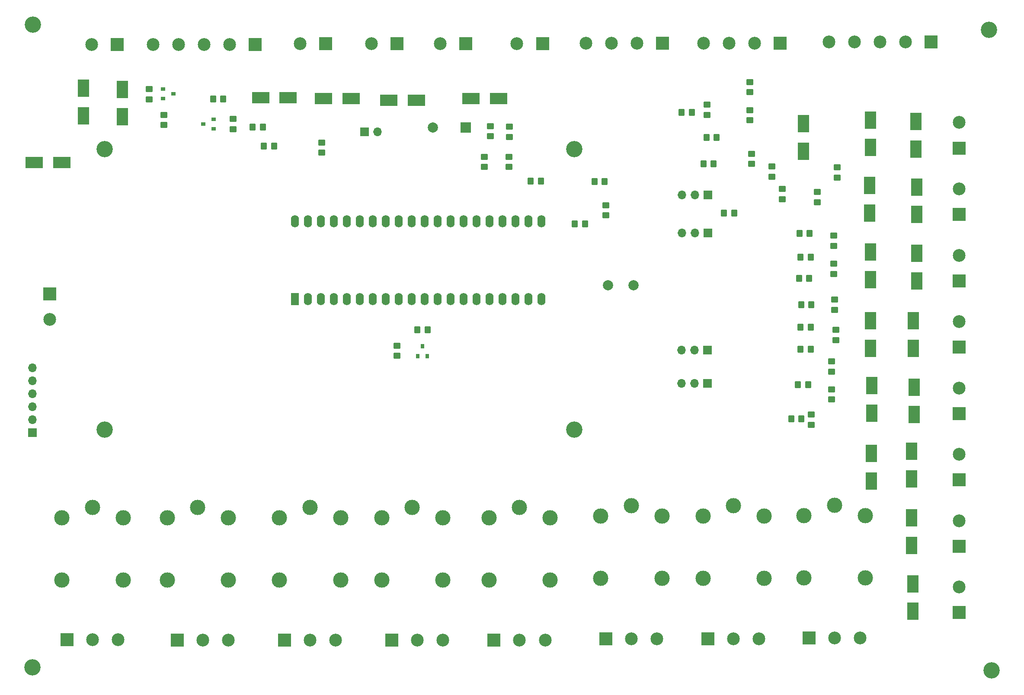
<source format=gbs>
%TF.GenerationSoftware,KiCad,Pcbnew,(6.0.0)*%
%TF.CreationDate,2022-03-09T19:11:31+01:00*%
%TF.ProjectId,automate,6175746f-6d61-4746-952e-6b696361645f,rev?*%
%TF.SameCoordinates,Original*%
%TF.FileFunction,Soldermask,Bot*%
%TF.FilePolarity,Negative*%
%FSLAX46Y46*%
G04 Gerber Fmt 4.6, Leading zero omitted, Abs format (unit mm)*
G04 Created by KiCad (PCBNEW (6.0.0)) date 2022-03-09 19:11:31*
%MOMM*%
%LPD*%
G01*
G04 APERTURE LIST*
G04 Aperture macros list*
%AMRoundRect*
0 Rectangle with rounded corners*
0 $1 Rounding radius*
0 $2 $3 $4 $5 $6 $7 $8 $9 X,Y pos of 4 corners*
0 Add a 4 corners polygon primitive as box body*
4,1,4,$2,$3,$4,$5,$6,$7,$8,$9,$2,$3,0*
0 Add four circle primitives for the rounded corners*
1,1,$1+$1,$2,$3*
1,1,$1+$1,$4,$5*
1,1,$1+$1,$6,$7*
1,1,$1+$1,$8,$9*
0 Add four rect primitives between the rounded corners*
20,1,$1+$1,$2,$3,$4,$5,0*
20,1,$1+$1,$4,$5,$6,$7,0*
20,1,$1+$1,$6,$7,$8,$9,0*
20,1,$1+$1,$8,$9,$2,$3,0*%
G04 Aperture macros list end*
%ADD10R,2.500000X2.500000*%
%ADD11C,2.500000*%
%ADD12R,1.600000X2.400000*%
%ADD13O,1.600000X2.400000*%
%ADD14C,3.000000*%
%ADD15R,1.700000X1.700000*%
%ADD16O,1.700000X1.700000*%
%ADD17C,2.000000*%
%ADD18C,3.200000*%
%ADD19R,2.000000X2.000000*%
%ADD20RoundRect,0.249999X0.450001X-0.350001X0.450001X0.350001X-0.450001X0.350001X-0.450001X-0.350001X0*%
%ADD21R,3.500000X2.300000*%
%ADD22R,2.300000X3.500000*%
%ADD23RoundRect,0.249999X-0.450001X0.350001X-0.450001X-0.350001X0.450001X-0.350001X0.450001X0.350001X0*%
%ADD24RoundRect,0.249999X0.350001X0.450001X-0.350001X0.450001X-0.350001X-0.450001X0.350001X-0.450001X0*%
%ADD25RoundRect,0.249999X-0.350001X-0.450001X0.350001X-0.450001X0.350001X0.450001X-0.350001X0.450001X0*%
%ADD26R,0.900000X0.800000*%
%ADD27R,0.800000X0.900000*%
%ADD28RoundRect,0.250000X-0.350000X-0.450000X0.350000X-0.450000X0.350000X0.450000X-0.350000X0.450000X0*%
%ADD29RoundRect,0.250000X0.350000X0.450000X-0.350000X0.450000X-0.350000X-0.450000X0.350000X-0.450000X0*%
G04 APERTURE END LIST*
D10*
%TO.C,J1*%
X70418400Y-43080800D03*
D11*
X65418400Y-43080800D03*
%TD*%
D10*
%TO.C,J3*%
X200200000Y-42900000D03*
D11*
X195200000Y-42900000D03*
X190200000Y-42900000D03*
X185200000Y-42900000D03*
%TD*%
D10*
%TO.C,J4*%
X177200000Y-42900000D03*
D11*
X172200000Y-42900000D03*
X167200000Y-42900000D03*
X162200000Y-42900000D03*
%TD*%
D10*
%TO.C,J5*%
X60600000Y-159700000D03*
D11*
X65600000Y-159700000D03*
X70600000Y-159700000D03*
%TD*%
D10*
%TO.C,J6*%
X82200000Y-159800000D03*
D11*
X87200000Y-159800000D03*
X92200000Y-159800000D03*
%TD*%
D10*
%TO.C,J7*%
X103200000Y-159800000D03*
D11*
X108200000Y-159800000D03*
X113200000Y-159800000D03*
%TD*%
D10*
%TO.C,J8*%
X124200000Y-159800000D03*
D11*
X129200000Y-159800000D03*
X134200000Y-159800000D03*
%TD*%
D10*
%TO.C,J9*%
X144200000Y-159800000D03*
D11*
X149200000Y-159800000D03*
X154200000Y-159800000D03*
%TD*%
D10*
%TO.C,J10*%
X166100000Y-159500000D03*
D11*
X171100000Y-159500000D03*
X176100000Y-159500000D03*
%TD*%
D10*
%TO.C,J11*%
X186100000Y-159500000D03*
D11*
X191100000Y-159500000D03*
X196100000Y-159500000D03*
%TD*%
D10*
%TO.C,J12*%
X205900000Y-159400000D03*
D11*
X210900000Y-159400000D03*
X215900000Y-159400000D03*
%TD*%
D10*
%TO.C,J13*%
X235300000Y-154400000D03*
D11*
X235300000Y-149400000D03*
%TD*%
D10*
%TO.C,J14*%
X235300000Y-141400000D03*
D11*
X235300000Y-136400000D03*
%TD*%
D10*
%TO.C,J15*%
X235300000Y-128400000D03*
D11*
X235300000Y-123400000D03*
%TD*%
D10*
%TO.C,J16*%
X235300000Y-115400000D03*
D11*
X235300000Y-110400000D03*
%TD*%
D10*
%TO.C,J17*%
X235300000Y-102400000D03*
D11*
X235300000Y-97400000D03*
%TD*%
D10*
%TO.C,J18*%
X235300000Y-89400000D03*
D11*
X235300000Y-84400000D03*
%TD*%
D10*
%TO.C,J19*%
X235300000Y-76400000D03*
D11*
X235300000Y-71400000D03*
%TD*%
D10*
%TO.C,J20*%
X235300000Y-63400000D03*
D11*
X235300000Y-58400000D03*
%TD*%
D10*
%TO.C,J21*%
X111190000Y-42950000D03*
D11*
X106190000Y-42950000D03*
%TD*%
D10*
%TO.C,J22*%
X125190000Y-42950000D03*
D11*
X120190000Y-42950000D03*
%TD*%
D10*
%TO.C,J23*%
X138690000Y-42950000D03*
D11*
X133690000Y-42950000D03*
%TD*%
D10*
%TO.C,J24*%
X153690000Y-42950000D03*
D11*
X148690000Y-42950000D03*
%TD*%
D10*
%TO.C,J25*%
X97418400Y-43080800D03*
D11*
X92418400Y-43080800D03*
X87418400Y-43080800D03*
X82418400Y-43080800D03*
X77418400Y-43080800D03*
%TD*%
D12*
%TO.C,U2*%
X105175000Y-93000000D03*
D13*
X107715000Y-93000000D03*
X110255000Y-93000000D03*
X112795000Y-93000000D03*
X115335000Y-93000000D03*
X117875000Y-93000000D03*
X120415000Y-93000000D03*
X122955000Y-93000000D03*
X125495000Y-93000000D03*
X128035000Y-93000000D03*
X130575000Y-93000000D03*
X133115000Y-93000000D03*
X135655000Y-93000000D03*
X138195000Y-93000000D03*
X140735000Y-93000000D03*
X143275000Y-93000000D03*
X145815000Y-93000000D03*
X148355000Y-93000000D03*
X150895000Y-93000000D03*
X153435000Y-93000000D03*
X153435000Y-77760000D03*
X150895000Y-77760000D03*
X148355000Y-77760000D03*
X145815000Y-77760000D03*
X143275000Y-77760000D03*
X140735000Y-77760000D03*
X138195000Y-77760000D03*
X135655000Y-77760000D03*
X133115000Y-77760000D03*
X130575000Y-77760000D03*
X128035000Y-77760000D03*
X125495000Y-77760000D03*
X122955000Y-77760000D03*
X120415000Y-77760000D03*
X117875000Y-77760000D03*
X115335000Y-77760000D03*
X112795000Y-77760000D03*
X110255000Y-77760000D03*
X107715000Y-77760000D03*
X105175000Y-77760000D03*
%TD*%
D14*
%TO.C,K1*%
X65600000Y-133800000D03*
X71600000Y-148000000D03*
X59600000Y-148000000D03*
X71600000Y-135800000D03*
X59600000Y-135800000D03*
%TD*%
%TO.C,K2*%
X86200000Y-133800000D03*
X92200000Y-148000000D03*
X80200000Y-148000000D03*
X92200000Y-135800000D03*
X80200000Y-135800000D03*
%TD*%
%TO.C,K3*%
X108200000Y-133800000D03*
X114200000Y-148000000D03*
X102200000Y-148000000D03*
X114200000Y-135800000D03*
X102200000Y-135800000D03*
%TD*%
%TO.C,K4*%
X128200000Y-133800000D03*
X134200000Y-148000000D03*
X122200000Y-148000000D03*
X134200000Y-135800000D03*
X122200000Y-135800000D03*
%TD*%
%TO.C,K5*%
X149200000Y-133800000D03*
X155200000Y-148000000D03*
X143200000Y-148000000D03*
X155200000Y-135800000D03*
X143200000Y-135800000D03*
%TD*%
%TO.C,K6*%
X171100000Y-133500000D03*
X177100000Y-147700000D03*
X165100000Y-147700000D03*
X177100000Y-135500000D03*
X165100000Y-135500000D03*
%TD*%
%TO.C,K7*%
X191100000Y-133500000D03*
X197100000Y-147700000D03*
X185100000Y-147700000D03*
X197100000Y-135500000D03*
X185100000Y-135500000D03*
%TD*%
%TO.C,K8*%
X210900000Y-133400000D03*
X216900000Y-147600000D03*
X204900000Y-147600000D03*
X216900000Y-135400000D03*
X204900000Y-135400000D03*
%TD*%
D10*
%TO.C,J26*%
X229770000Y-42650000D03*
D11*
X224770000Y-42650000D03*
X219770000Y-42650000D03*
X214770000Y-42650000D03*
X209770000Y-42650000D03*
%TD*%
D15*
%TO.C,JP1*%
X118825000Y-60200000D03*
D16*
X121365000Y-60200000D03*
%TD*%
D15*
%TO.C,JP2*%
X186000000Y-109500000D03*
D16*
X183460000Y-109500000D03*
X180920000Y-109500000D03*
%TD*%
D15*
%TO.C,JP3*%
X186040000Y-80055000D03*
D16*
X183500000Y-80055000D03*
X180960000Y-80055000D03*
%TD*%
D15*
%TO.C,JP4*%
X185975000Y-103000000D03*
D16*
X183435000Y-103000000D03*
X180895000Y-103000000D03*
%TD*%
D15*
%TO.C,JP5*%
X186040000Y-72555000D03*
D16*
X183500000Y-72555000D03*
X180960000Y-72555000D03*
%TD*%
D17*
%TO.C,SW1*%
X171500000Y-90300000D03*
X166500000Y-90300000D03*
%TD*%
D18*
%TO.C,REF\u002A\u002A*%
X53900000Y-39200000D03*
%TD*%
%TO.C,REF\u002A\u002A*%
X53848000Y-165100000D03*
%TD*%
%TO.C,REF\u002A\u002A*%
X241600000Y-165700000D03*
%TD*%
%TO.C,REF\u002A\u002A*%
X241100000Y-40200000D03*
%TD*%
%TO.C,REF\u002A\u002A*%
X67951600Y-63569200D03*
%TD*%
%TO.C,REF\u002A\u002A*%
X67951600Y-118569200D03*
%TD*%
%TO.C,REF\u002A\u002A*%
X159951600Y-63569200D03*
%TD*%
%TO.C,REF\u002A\u002A*%
X159951600Y-118569200D03*
%TD*%
D10*
%TO.C,J27*%
X57204000Y-91948000D03*
D11*
X57204000Y-96948000D03*
%TD*%
D19*
%TO.C,BZ2*%
X138700000Y-59400000D03*
D17*
X132200000Y-59400000D03*
%TD*%
D15*
%TO.C,J2*%
X53800000Y-119150000D03*
D16*
X53800000Y-116610000D03*
X53800000Y-114070000D03*
X53800000Y-111530000D03*
X53800000Y-108990000D03*
X53800000Y-106450000D03*
%TD*%
D20*
%TO.C,C10*%
X206300000Y-117600000D03*
X206300000Y-115600000D03*
%TD*%
%TO.C,C11*%
X210312000Y-107170800D03*
X210312000Y-105170800D03*
%TD*%
%TO.C,C12*%
X210847200Y-95070800D03*
X210847200Y-93070800D03*
%TD*%
%TO.C,C13*%
X210701020Y-82540600D03*
X210701020Y-80540600D03*
%TD*%
%TO.C,C14*%
X211347200Y-69170800D03*
X211347200Y-67170800D03*
%TD*%
%TO.C,C15*%
X194600000Y-66500000D03*
X194600000Y-64500000D03*
%TD*%
%TO.C,C16*%
X194247200Y-52470800D03*
X194247200Y-50470800D03*
%TD*%
D21*
%TO.C,D2*%
X59600000Y-66200000D03*
X54200000Y-66200000D03*
%TD*%
D22*
%TO.C,D23*%
X226200000Y-148760000D03*
X226200000Y-154160000D03*
%TD*%
%TO.C,D24*%
X225947200Y-135830800D03*
X225947200Y-141230800D03*
%TD*%
%TO.C,D25*%
X225947200Y-122830800D03*
X225947200Y-128230800D03*
%TD*%
%TO.C,D26*%
X226447200Y-110230800D03*
X226447200Y-115630800D03*
%TD*%
%TO.C,D31*%
X226301020Y-97200600D03*
X226301020Y-102600600D03*
%TD*%
%TO.C,D32*%
X227000000Y-84000000D03*
X227000000Y-89400000D03*
%TD*%
%TO.C,D33*%
X226947200Y-71030800D03*
X226947200Y-76430800D03*
%TD*%
%TO.C,D34*%
X226800000Y-58200000D03*
X226800000Y-63600000D03*
%TD*%
D21*
%TO.C,D39*%
X98500000Y-53500000D03*
X103900000Y-53500000D03*
%TD*%
%TO.C,D40*%
X110800000Y-53700000D03*
X116200000Y-53700000D03*
%TD*%
%TO.C,D41*%
X123600000Y-54000000D03*
X129000000Y-54000000D03*
%TD*%
%TO.C,D42*%
X139700000Y-53700000D03*
X145100000Y-53700000D03*
%TD*%
D23*
%TO.C,R33*%
X210312000Y-110670800D03*
X210312000Y-112670800D03*
%TD*%
D24*
%TO.C,R38*%
X206200000Y-102800000D03*
X204200000Y-102800000D03*
%TD*%
%TO.C,R39*%
X204400000Y-116400000D03*
X202400000Y-116400000D03*
%TD*%
D25*
%TO.C,R41*%
X203724000Y-109728000D03*
X205724000Y-109728000D03*
%TD*%
%TO.C,R42*%
X204347200Y-94070800D03*
X206347200Y-94070800D03*
%TD*%
D23*
%TO.C,R43*%
X210701020Y-86040600D03*
X210701020Y-88040600D03*
%TD*%
%TO.C,R44*%
X211100000Y-99000000D03*
X211100000Y-101000000D03*
%TD*%
%TO.C,R46*%
X194247200Y-55970800D03*
X194247200Y-57970800D03*
%TD*%
D24*
%TO.C,R47*%
X205900000Y-88900000D03*
X203900000Y-88900000D03*
%TD*%
%TO.C,R48*%
X187800000Y-61300000D03*
X185800000Y-61300000D03*
%TD*%
%TO.C,R49*%
X206200000Y-84800000D03*
X204200000Y-84800000D03*
%TD*%
D20*
%TO.C,R50*%
X185900000Y-56900000D03*
X185900000Y-54900000D03*
%TD*%
D25*
%TO.C,R51*%
X204000000Y-80100000D03*
X206000000Y-80100000D03*
%TD*%
%TO.C,R52*%
X204200000Y-98500000D03*
X206200000Y-98500000D03*
%TD*%
%TO.C,R53*%
X185200000Y-66500000D03*
X187200000Y-66500000D03*
%TD*%
%TO.C,R54*%
X180900000Y-56400000D03*
X182900000Y-56400000D03*
%TD*%
D24*
%TO.C,R55*%
X98915000Y-59300000D03*
X96915000Y-59300000D03*
%TD*%
D20*
%TO.C,R56*%
X110500000Y-64300000D03*
X110500000Y-62300000D03*
%TD*%
D25*
%TO.C,R57*%
X99115000Y-63000000D03*
X101115000Y-63000000D03*
%TD*%
D20*
%TO.C,R58*%
X147100000Y-67100000D03*
X147100000Y-65100000D03*
%TD*%
%TO.C,R60*%
X143500000Y-61100000D03*
X143500000Y-59100000D03*
%TD*%
%TO.C,R61*%
X142300000Y-67100000D03*
X142300000Y-65100000D03*
%TD*%
%TO.C,R62*%
X147200000Y-61200000D03*
X147200000Y-59200000D03*
%TD*%
D25*
%TO.C,R63*%
X89200000Y-53800000D03*
X91200000Y-53800000D03*
%TD*%
D23*
%TO.C,R64*%
X79600000Y-56900000D03*
X79600000Y-58900000D03*
%TD*%
%TO.C,R65*%
X93100000Y-57700000D03*
X93100000Y-59700000D03*
%TD*%
D20*
%TO.C,R66*%
X76700000Y-53850000D03*
X76700000Y-51850000D03*
%TD*%
D23*
%TO.C,R67*%
X125200000Y-102100000D03*
X125200000Y-104100000D03*
%TD*%
D24*
%TO.C,R69*%
X131200000Y-99000000D03*
X129200000Y-99000000D03*
%TD*%
D26*
%TO.C,Q9*%
X89300000Y-59650000D03*
X89300000Y-57750000D03*
X87300000Y-58700000D03*
%TD*%
%TO.C,Q10*%
X79400000Y-51800000D03*
X79400000Y-53700000D03*
X81400000Y-52750000D03*
%TD*%
D27*
%TO.C,Q11*%
X129250000Y-104200000D03*
X131150000Y-104200000D03*
X130200000Y-102200000D03*
%TD*%
D22*
%TO.C,D1*%
X63800000Y-51700000D03*
X63800000Y-57100000D03*
%TD*%
%TO.C,D13*%
X71400000Y-57300000D03*
X71400000Y-51900000D03*
%TD*%
%TO.C,D28*%
X218100000Y-123200000D03*
X218100000Y-128600000D03*
%TD*%
%TO.C,D29*%
X218200000Y-109900000D03*
X218200000Y-115300000D03*
%TD*%
%TO.C,D30*%
X217900000Y-97200000D03*
X217900000Y-102600000D03*
%TD*%
%TO.C,D35*%
X217900000Y-83800000D03*
X217900000Y-89200000D03*
%TD*%
%TO.C,D36*%
X217700000Y-70700000D03*
X217700000Y-76100000D03*
%TD*%
%TO.C,D37*%
X217900000Y-57900000D03*
X217900000Y-63300000D03*
%TD*%
%TO.C,D38*%
X204800000Y-64000000D03*
X204800000Y-58600000D03*
%TD*%
D25*
%TO.C,R81*%
X189200000Y-76100000D03*
X191200000Y-76100000D03*
%TD*%
D23*
%TO.C,R82*%
X166116000Y-74600000D03*
X166116000Y-76600000D03*
%TD*%
D25*
%TO.C,R83*%
X160036000Y-78270800D03*
X162036000Y-78270800D03*
%TD*%
D23*
%TO.C,R84*%
X198600000Y-67000000D03*
X198600000Y-69000000D03*
%TD*%
%TO.C,R89*%
X200660000Y-71390000D03*
X200660000Y-73390000D03*
%TD*%
%TO.C,R90*%
X207500000Y-72000000D03*
X207500000Y-74000000D03*
%TD*%
D28*
%TO.C,R96*%
X151400000Y-69900000D03*
X153400000Y-69900000D03*
%TD*%
D29*
%TO.C,R97*%
X165860800Y-69948400D03*
X163860800Y-69948400D03*
%TD*%
M02*

</source>
